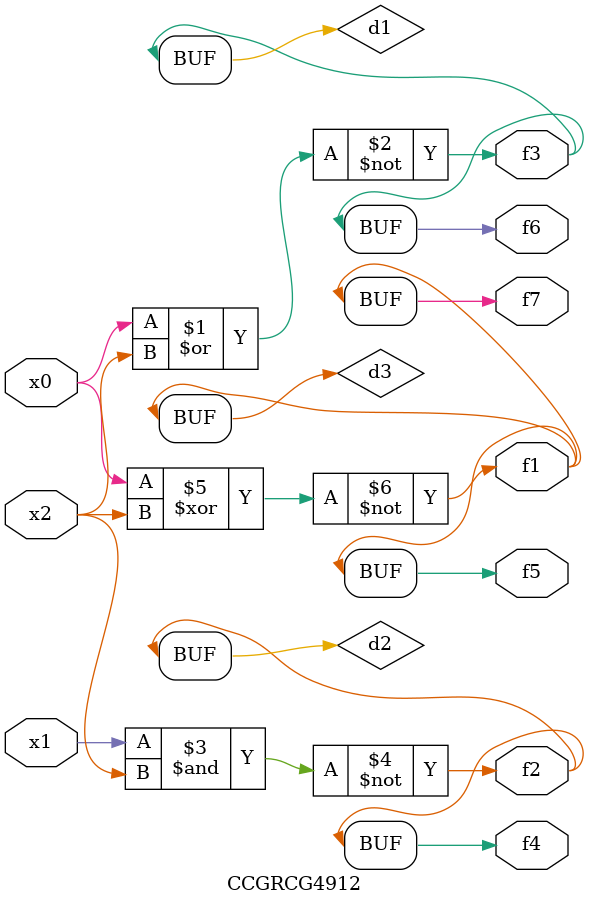
<source format=v>
module CCGRCG4912(
	input x0, x1, x2,
	output f1, f2, f3, f4, f5, f6, f7
);

	wire d1, d2, d3;

	nor (d1, x0, x2);
	nand (d2, x1, x2);
	xnor (d3, x0, x2);
	assign f1 = d3;
	assign f2 = d2;
	assign f3 = d1;
	assign f4 = d2;
	assign f5 = d3;
	assign f6 = d1;
	assign f7 = d3;
endmodule

</source>
